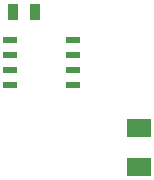
<source format=gbr>
G04 #@! TF.GenerationSoftware,KiCad,Pcbnew,6.0.11-2627ca5db0~126~ubuntu22.04.1*
G04 #@! TF.CreationDate,2023-12-06T10:35:34+01:00*
G04 #@! TF.ProjectId,bus-module_atmega328,6275732d-6d6f-4647-956c-655f61746d65,C*
G04 #@! TF.SameCoordinates,Original*
G04 #@! TF.FileFunction,Paste,Bot*
G04 #@! TF.FilePolarity,Positive*
%FSLAX46Y46*%
G04 Gerber Fmt 4.6, Leading zero omitted, Abs format (unit mm)*
G04 Created by KiCad (PCBNEW 6.0.11-2627ca5db0~126~ubuntu22.04.1) date 2023-12-06 10:35:34*
%MOMM*%
%LPD*%
G01*
G04 APERTURE LIST*
%ADD10R,0.889000X1.397000*%
%ADD11R,1.143000X0.508000*%
%ADD12R,2.032000X1.524000*%
G04 APERTURE END LIST*
D10*
X94452500Y-88500000D03*
X92547500Y-88500000D03*
D11*
X97667000Y-90845000D03*
X97667000Y-92115000D03*
X97667000Y-93385000D03*
X97667000Y-94655000D03*
X92333000Y-94655000D03*
X92333000Y-93385000D03*
X92333000Y-92115000D03*
X92333000Y-90845000D03*
D12*
X103180000Y-98269000D03*
X103180000Y-101571000D03*
M02*

</source>
